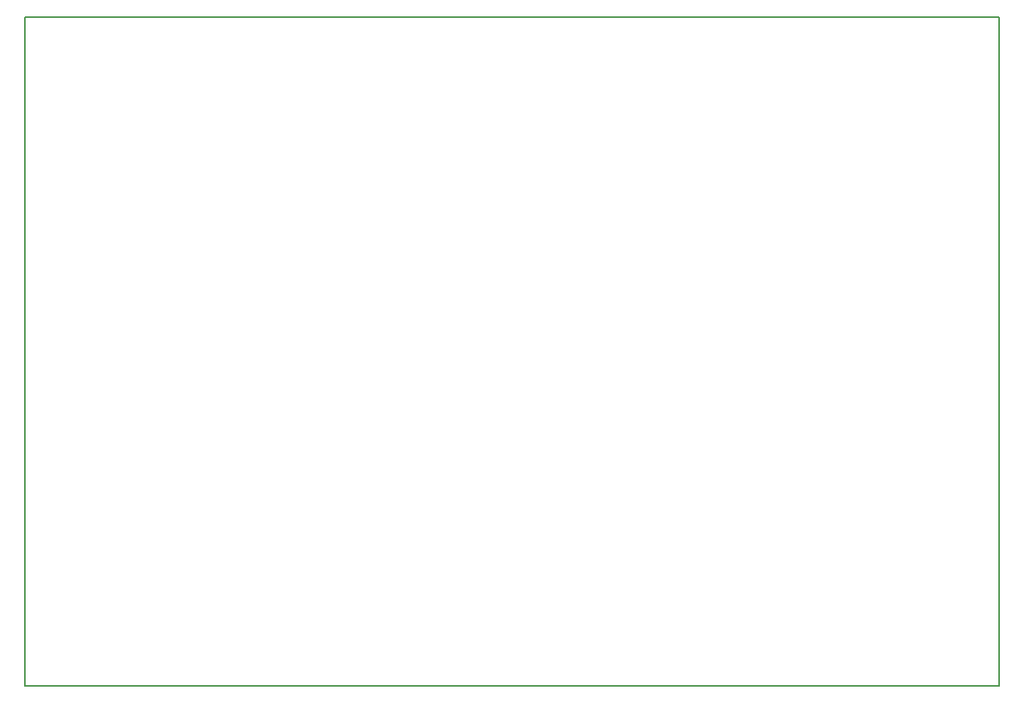
<source format=gbr>
G04 #@! TF.FileFunction,Profile,NP*
%FSLAX46Y46*%
G04 Gerber Fmt 4.6, Leading zero omitted, Abs format (unit mm)*
G04 Created by KiCad (PCBNEW 4.0.7) date 09/10/18 20:42:41*
%MOMM*%
%LPD*%
G01*
G04 APERTURE LIST*
%ADD10C,0.100000*%
%ADD11C,0.150000*%
G04 APERTURE END LIST*
D10*
D11*
X195681600Y-135737600D02*
X195681600Y-62992000D01*
X105156000Y-135737600D02*
X195681600Y-135737600D01*
X89662000Y-135737600D02*
X105156000Y-135737600D01*
X89662000Y-62992000D02*
X89662000Y-135737600D01*
X114198400Y-62992000D02*
X89662000Y-62992000D01*
X191312800Y-62992000D02*
X114198400Y-62992000D01*
X195681600Y-62992000D02*
X191312800Y-62992000D01*
M02*

</source>
